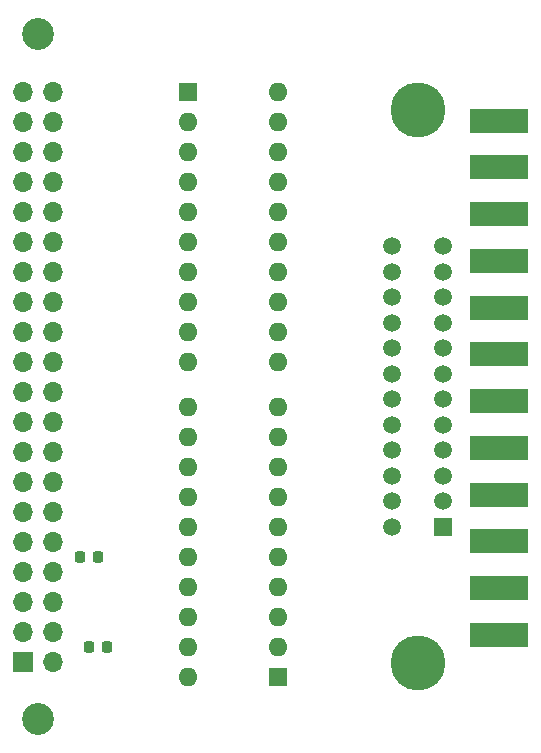
<source format=gbs>
%TF.GenerationSoftware,KiCad,Pcbnew,(6.0.0)*%
%TF.CreationDate,2022-08-18T22:07:18-04:00*%
%TF.ProjectId,gpib breakout,67706962-2062-4726-9561-6b6f75742e6b,rev?*%
%TF.SameCoordinates,Original*%
%TF.FileFunction,Soldermask,Bot*%
%TF.FilePolarity,Negative*%
%FSLAX46Y46*%
G04 Gerber Fmt 4.6, Leading zero omitted, Abs format (unit mm)*
G04 Created by KiCad (PCBNEW (6.0.0)) date 2022-08-18 22:07:18*
%MOMM*%
%LPD*%
G01*
G04 APERTURE LIST*
G04 Aperture macros list*
%AMRoundRect*
0 Rectangle with rounded corners*
0 $1 Rounding radius*
0 $2 $3 $4 $5 $6 $7 $8 $9 X,Y pos of 4 corners*
0 Add a 4 corners polygon primitive as box body*
4,1,4,$2,$3,$4,$5,$6,$7,$8,$9,$2,$3,0*
0 Add four circle primitives for the rounded corners*
1,1,$1+$1,$2,$3*
1,1,$1+$1,$4,$5*
1,1,$1+$1,$6,$7*
1,1,$1+$1,$8,$9*
0 Add four rect primitives between the rounded corners*
20,1,$1+$1,$2,$3,$4,$5,0*
20,1,$1+$1,$4,$5,$6,$7,0*
20,1,$1+$1,$6,$7,$8,$9,0*
20,1,$1+$1,$8,$9,$2,$3,0*%
G04 Aperture macros list end*
%ADD10C,2.700000*%
%ADD11R,5.000000X2.000000*%
%ADD12R,1.600000X1.600000*%
%ADD13O,1.600000X1.600000*%
%ADD14C,1.500000*%
%ADD15R,1.500000X1.500000*%
%ADD16C,4.650000*%
%ADD17R,1.700000X1.700000*%
%ADD18O,1.700000X1.700000*%
%ADD19RoundRect,0.225000X0.225000X0.250000X-0.225000X0.250000X-0.225000X-0.250000X0.225000X-0.250000X0*%
G04 APERTURE END LIST*
D10*
%TO.C,REF\u002A\u002A*%
X199390000Y-66250000D03*
%TD*%
D11*
%TO.C,J1*%
X238390500Y-73575000D03*
X238400500Y-77525000D03*
X238400500Y-81485000D03*
X238400500Y-85445000D03*
X238400500Y-89405000D03*
X238400500Y-93365000D03*
X238400500Y-97325000D03*
X238400500Y-101285000D03*
X238400500Y-105245000D03*
X238400500Y-109205000D03*
X238400500Y-113165000D03*
X238400500Y-117125000D03*
%TD*%
D10*
%TO.C,REF\u002A\u002A*%
X199390000Y-124245000D03*
%TD*%
D12*
%TO.C,U2*%
X219700000Y-120645000D03*
D13*
X219700000Y-118105000D03*
X219700000Y-115565000D03*
X219700000Y-113025000D03*
X219700000Y-110485000D03*
X219700000Y-107945000D03*
X219700000Y-105405000D03*
X219700000Y-102865000D03*
X219700000Y-100325000D03*
X219700000Y-97785000D03*
X212080000Y-97785000D03*
X212080000Y-100325000D03*
X212080000Y-102865000D03*
X212080000Y-105405000D03*
X212080000Y-107945000D03*
X212080000Y-110485000D03*
X212080000Y-113025000D03*
X212080000Y-115565000D03*
X212080000Y-118105000D03*
X212080000Y-120645000D03*
%TD*%
D14*
%TO.C,J2*%
X229390000Y-84190000D03*
X229390000Y-86350000D03*
X229390000Y-88510000D03*
X229390000Y-90670000D03*
X229390000Y-92830000D03*
X229390000Y-94990000D03*
X229390000Y-97150000D03*
X229390000Y-99310000D03*
X229390000Y-101470000D03*
X229390000Y-103630000D03*
X229390000Y-105790000D03*
X229390000Y-107950000D03*
X233680000Y-84190000D03*
X233680000Y-86350000D03*
X233680000Y-88510000D03*
X233680000Y-90670000D03*
X233680000Y-92830000D03*
X233680000Y-94990000D03*
X233680000Y-97150000D03*
X233680000Y-99310000D03*
X233680000Y-101470000D03*
X233680000Y-103630000D03*
X233680000Y-105790000D03*
D15*
X233680000Y-107950000D03*
D16*
X231535000Y-119470000D03*
X231535000Y-72670000D03*
%TD*%
D12*
%TO.C,U1*%
X212100000Y-71125000D03*
D13*
X212100000Y-73665000D03*
X212100000Y-76205000D03*
X212100000Y-78745000D03*
X212100000Y-81285000D03*
X212100000Y-83825000D03*
X212100000Y-86365000D03*
X212100000Y-88905000D03*
X212100000Y-91445000D03*
X212100000Y-93985000D03*
X219720000Y-93985000D03*
X219720000Y-91445000D03*
X219720000Y-88905000D03*
X219720000Y-86365000D03*
X219720000Y-83825000D03*
X219720000Y-81285000D03*
X219720000Y-78745000D03*
X219720000Y-76205000D03*
X219720000Y-73665000D03*
X219720000Y-71125000D03*
%TD*%
D17*
%TO.C,J3*%
X198115000Y-119375000D03*
D18*
X200655000Y-119375000D03*
X198115000Y-116835000D03*
X200655000Y-116835000D03*
X198115000Y-114295000D03*
X200655000Y-114295000D03*
X198115000Y-111755000D03*
X200655000Y-111755000D03*
X198115000Y-109215000D03*
X200655000Y-109215000D03*
X198115000Y-106675000D03*
X200655000Y-106675000D03*
X198115000Y-104135000D03*
X200655000Y-104135000D03*
X198115000Y-101595000D03*
X200655000Y-101595000D03*
X198115000Y-99055000D03*
X200655000Y-99055000D03*
X198115000Y-96515000D03*
X200655000Y-96515000D03*
X198115000Y-93975000D03*
X200655000Y-93975000D03*
X198115000Y-91435000D03*
X200655000Y-91435000D03*
X198115000Y-88895000D03*
X200655000Y-88895000D03*
X198115000Y-86355000D03*
X200655000Y-86355000D03*
X198115000Y-83815000D03*
X200655000Y-83815000D03*
X198115000Y-81275000D03*
X200655000Y-81275000D03*
X198115000Y-78735000D03*
X200655000Y-78735000D03*
X198115000Y-76195000D03*
X200655000Y-76195000D03*
X198115000Y-73655000D03*
X200655000Y-73655000D03*
X198115000Y-71115000D03*
X200655000Y-71115000D03*
%TD*%
D19*
%TO.C,D1*%
X204470000Y-110490000D03*
X202920000Y-110490000D03*
%TD*%
%TO.C,D2*%
X205245000Y-118110000D03*
X203695000Y-118110000D03*
%TD*%
M02*

</source>
